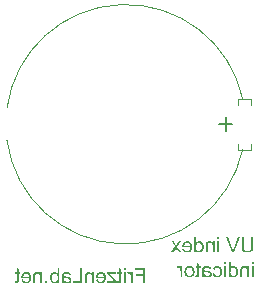
<source format=gbr>
%TF.GenerationSoftware,KiCad,Pcbnew,8.0.6*%
%TF.CreationDate,2024-10-19T09:18:50-03:00*%
%TF.ProjectId,keychain-uv-index,6b657963-6861-4696-9e2d-75762d696e64,rev?*%
%TF.SameCoordinates,Original*%
%TF.FileFunction,Legend,Bot*%
%TF.FilePolarity,Positive*%
%FSLAX46Y46*%
G04 Gerber Fmt 4.6, Leading zero omitted, Abs format (unit mm)*
G04 Created by KiCad (PCBNEW 8.0.6) date 2024-10-19 09:18:50*
%MOMM*%
%LPD*%
G01*
G04 APERTURE LIST*
%ADD10C,0.150000*%
%ADD11C,0.120000*%
G04 APERTURE END LIST*
D10*
G36*
X76455591Y-68237500D02*
G01*
X76455591Y-66967437D01*
X75606542Y-66967437D01*
X75606542Y-67113982D01*
X76289200Y-67113982D01*
X76289200Y-67514541D01*
X75698438Y-67514541D01*
X75698438Y-67661086D01*
X76289200Y-67661086D01*
X76289200Y-68237500D01*
X76455591Y-68237500D01*
G37*
G36*
X75417254Y-68237500D02*
G01*
X75417254Y-67319146D01*
X75278035Y-67319146D01*
X75278035Y-67459891D01*
X75245638Y-67405169D01*
X75205929Y-67353554D01*
X75180033Y-67330748D01*
X75123147Y-67304746D01*
X75080504Y-67299607D01*
X75016597Y-67307870D01*
X74956892Y-67330167D01*
X74921746Y-67349677D01*
X74974869Y-67494085D01*
X75031655Y-67469127D01*
X75088442Y-67460807D01*
X75150489Y-67474087D01*
X75179422Y-67491643D01*
X75220733Y-67539108D01*
X75236819Y-67576517D01*
X75252633Y-67640760D01*
X75260717Y-67703496D01*
X75262770Y-67757562D01*
X75262770Y-68237500D01*
X75417254Y-68237500D01*
G37*
G36*
X74831987Y-67143292D02*
G01*
X74831987Y-66967437D01*
X74677503Y-66967437D01*
X74677503Y-67143292D01*
X74831987Y-67143292D01*
G37*
G36*
X74831987Y-68237500D02*
G01*
X74831987Y-67319146D01*
X74677503Y-67319146D01*
X74677503Y-68237500D01*
X74831987Y-68237500D01*
G37*
G36*
X74107196Y-68095839D02*
G01*
X74084909Y-68237500D01*
X74146733Y-68252154D01*
X74201535Y-68257039D01*
X74263751Y-68252605D01*
X74323171Y-68234974D01*
X74332205Y-68230172D01*
X74379479Y-68189648D01*
X74397540Y-68159036D01*
X74410907Y-68096421D01*
X74415272Y-68030900D01*
X74416163Y-67973717D01*
X74416163Y-67441268D01*
X74529736Y-67441268D01*
X74529736Y-67319146D01*
X74416163Y-67319146D01*
X74416163Y-67097496D01*
X74262595Y-67006516D01*
X74262595Y-67319146D01*
X74107196Y-67319146D01*
X74107196Y-67441268D01*
X74262595Y-67441268D01*
X74262595Y-67986235D01*
X74259797Y-68049607D01*
X74254658Y-68073246D01*
X74228096Y-68104082D01*
X74174973Y-68115378D01*
X74114951Y-68099331D01*
X74107196Y-68095839D01*
G37*
G36*
X74040029Y-68237500D02*
G01*
X74040029Y-68113241D01*
X73459647Y-67440963D01*
X73524876Y-67443917D01*
X73589698Y-67445742D01*
X73633975Y-67446153D01*
X74005835Y-67446153D01*
X74005835Y-67319146D01*
X73260589Y-67319146D01*
X73260589Y-67421423D01*
X73754265Y-68006385D01*
X73849520Y-68113241D01*
X73785895Y-68109216D01*
X73724775Y-68106682D01*
X73660435Y-68105616D01*
X73654736Y-68105608D01*
X73233112Y-68105608D01*
X73233112Y-68237500D01*
X74040029Y-68237500D01*
G37*
G36*
X72733169Y-67300105D02*
G01*
X72799905Y-67307583D01*
X72861683Y-67324034D01*
X72918501Y-67349457D01*
X72970361Y-67383854D01*
X73017262Y-67427224D01*
X73051388Y-67469631D01*
X73084705Y-67527190D01*
X73109692Y-67592027D01*
X73124152Y-67651616D01*
X73132828Y-67716259D01*
X73135720Y-67785956D01*
X73134690Y-67826984D01*
X73128393Y-67891476D01*
X73113280Y-67962452D01*
X73089924Y-68026430D01*
X73058326Y-68083409D01*
X73018483Y-68133391D01*
X73003506Y-68148364D01*
X72954694Y-68187487D01*
X72900065Y-68217916D01*
X72839618Y-68239651D01*
X72773355Y-68252692D01*
X72701273Y-68257039D01*
X72681649Y-68256738D01*
X72616440Y-68250953D01*
X72556635Y-68237805D01*
X72494907Y-68213762D01*
X72440239Y-68180102D01*
X72433909Y-68175233D01*
X72387804Y-68131899D01*
X72349750Y-68080780D01*
X72319749Y-68021875D01*
X72300104Y-67963948D01*
X72460083Y-67944408D01*
X72476642Y-67984356D01*
X72510602Y-68041078D01*
X72555338Y-68085764D01*
X72574737Y-68098517D01*
X72635478Y-68122727D01*
X72700357Y-68130033D01*
X72714483Y-68129729D01*
X72780714Y-68119085D01*
X72839610Y-68093235D01*
X72891172Y-68052180D01*
X72925099Y-68008808D01*
X72953140Y-67949751D01*
X72969063Y-67888132D01*
X72976046Y-67827172D01*
X72295830Y-67827172D01*
X72295219Y-67785040D01*
X72297032Y-67728954D01*
X72300266Y-67700165D01*
X72458251Y-67700165D01*
X72967498Y-67700165D01*
X72965443Y-67677250D01*
X72952485Y-67613783D01*
X72926135Y-67552556D01*
X72887203Y-67501107D01*
X72882628Y-67496524D01*
X72833243Y-67458695D01*
X72771275Y-67433888D01*
X72707990Y-67426613D01*
X72679286Y-67428073D01*
X72619692Y-67442032D01*
X72561577Y-67474876D01*
X72516564Y-67520036D01*
X72485896Y-67573417D01*
X72467061Y-67637284D01*
X72458251Y-67700165D01*
X72300266Y-67700165D01*
X72304396Y-67663396D01*
X72317425Y-67602891D01*
X72340538Y-67536957D01*
X72371808Y-67478299D01*
X72411235Y-67426919D01*
X72456987Y-67383653D01*
X72516334Y-67344489D01*
X72582109Y-67317510D01*
X72643604Y-67304083D01*
X72709822Y-67299607D01*
X72733169Y-67300105D01*
G37*
G36*
X72110816Y-68237500D02*
G01*
X72110816Y-67319146D01*
X71971903Y-67319146D01*
X71971903Y-67447984D01*
X71931091Y-67397559D01*
X71883990Y-67357567D01*
X71821089Y-67324095D01*
X71760359Y-67306707D01*
X71693340Y-67299752D01*
X71681559Y-67299607D01*
X71616800Y-67304545D01*
X71556475Y-67319359D01*
X71530129Y-67329527D01*
X71476208Y-67359062D01*
X71431042Y-67401690D01*
X71426631Y-67407684D01*
X71395834Y-67464107D01*
X71378393Y-67522479D01*
X71371723Y-67586570D01*
X71369919Y-67653911D01*
X71369844Y-67673604D01*
X71369844Y-68237500D01*
X71524328Y-68237500D01*
X71524328Y-67677573D01*
X71526861Y-67612915D01*
X71537151Y-67551172D01*
X71542341Y-67535301D01*
X71575829Y-67483662D01*
X71606454Y-67459891D01*
X71663094Y-67436933D01*
X71714227Y-67431498D01*
X71778848Y-67438966D01*
X71837121Y-67461369D01*
X71884586Y-67494696D01*
X71922421Y-67545316D01*
X71944491Y-67609890D01*
X71953810Y-67672570D01*
X71956332Y-67734970D01*
X71956332Y-68237500D01*
X72110816Y-68237500D01*
G37*
G36*
X71124685Y-68237500D02*
G01*
X71124685Y-66967437D01*
X70957990Y-66967437D01*
X70957990Y-68090954D01*
X70338224Y-68090954D01*
X70338224Y-68237500D01*
X71124685Y-68237500D01*
G37*
G36*
X69793222Y-67299730D02*
G01*
X69856267Y-67303323D01*
X69921049Y-67313150D01*
X69985903Y-67331053D01*
X70022904Y-67345963D01*
X70077022Y-67377505D01*
X70122374Y-67420202D01*
X70146744Y-67455533D01*
X70172776Y-67511583D01*
X70190151Y-67571938D01*
X70039026Y-67592698D01*
X70032348Y-67570373D01*
X70004844Y-67509940D01*
X69962090Y-67463250D01*
X69924076Y-67443930D01*
X69863740Y-67430191D01*
X69801195Y-67426613D01*
X69739985Y-67430743D01*
X69677570Y-67447007D01*
X69625034Y-67478820D01*
X69612457Y-67492191D01*
X69587515Y-67548491D01*
X69581376Y-67611017D01*
X69581987Y-67651317D01*
X69593439Y-67655176D01*
X69654509Y-67671716D01*
X69721890Y-67685283D01*
X69790961Y-67696277D01*
X69857676Y-67705050D01*
X69868981Y-67706466D01*
X69933632Y-67715842D01*
X69995062Y-67728558D01*
X70050415Y-67748496D01*
X70106498Y-67779849D01*
X70150996Y-67819081D01*
X70186182Y-67869609D01*
X70188061Y-67873112D01*
X70210004Y-67932332D01*
X70216713Y-67993257D01*
X70216398Y-68007521D01*
X70205378Y-68074014D01*
X70178617Y-68132457D01*
X70136113Y-68182850D01*
X70091328Y-68215308D01*
X70030591Y-68240738D01*
X69967398Y-68253489D01*
X69904998Y-68257039D01*
X69860233Y-68255131D01*
X69795804Y-68245113D01*
X69734638Y-68226509D01*
X69724654Y-68222523D01*
X69668887Y-68194548D01*
X69616938Y-68160225D01*
X69569164Y-68122095D01*
X69559956Y-68176642D01*
X69538328Y-68237500D01*
X69376823Y-68237500D01*
X69400074Y-68186977D01*
X69416207Y-68127285D01*
X69418497Y-68110446D01*
X69422885Y-68046558D01*
X69424822Y-67983317D01*
X69425738Y-67916971D01*
X69425976Y-67853122D01*
X69425976Y-67830835D01*
X69581987Y-67830835D01*
X69582598Y-67861941D01*
X69589052Y-67926498D01*
X69607021Y-67987151D01*
X69618132Y-68007909D01*
X69658838Y-68058499D01*
X69709298Y-68095533D01*
X69740583Y-68110879D01*
X69803799Y-68129379D01*
X69868056Y-68134918D01*
X69889900Y-68134264D01*
X69951600Y-68123113D01*
X70005137Y-68093091D01*
X70038666Y-68049250D01*
X70051849Y-67988372D01*
X70051097Y-67973184D01*
X70030478Y-67913572D01*
X70020147Y-67899654D01*
X69969417Y-67862587D01*
X69958626Y-67858289D01*
X69898100Y-67842146D01*
X69834473Y-67831140D01*
X69764893Y-67820240D01*
X69703348Y-67808375D01*
X69642851Y-67793635D01*
X69581987Y-67773438D01*
X69581987Y-67830835D01*
X69425976Y-67830835D01*
X69425976Y-67645821D01*
X69426006Y-67633133D01*
X69427437Y-67567474D01*
X69433609Y-67502634D01*
X69449604Y-67450800D01*
X69481847Y-67396693D01*
X69484022Y-67394093D01*
X69532583Y-67354179D01*
X69589009Y-67327390D01*
X69593612Y-67325680D01*
X69655500Y-67309401D01*
X69716453Y-67301805D01*
X69778602Y-67299607D01*
X69793222Y-67299730D01*
G37*
G36*
X69191809Y-68237500D02*
G01*
X69048316Y-68237500D01*
X69048316Y-68122400D01*
X69024259Y-68153956D01*
X68976948Y-68199055D01*
X68923004Y-68231268D01*
X68862428Y-68250596D01*
X68795219Y-68257039D01*
X68745603Y-68253901D01*
X68679972Y-68238964D01*
X68618811Y-68211726D01*
X68562121Y-68172187D01*
X68517088Y-68128506D01*
X68483665Y-68085731D01*
X68451036Y-68027513D01*
X68426564Y-67961782D01*
X68412402Y-67901267D01*
X68403905Y-67835535D01*
X68401584Y-67777407D01*
X68558914Y-67777407D01*
X68558987Y-67788294D01*
X68563532Y-67859744D01*
X68575149Y-67922866D01*
X68597083Y-67984809D01*
X68632798Y-68041495D01*
X68642141Y-68052216D01*
X68692074Y-68095447D01*
X68747375Y-68121386D01*
X68808042Y-68130033D01*
X68852940Y-68125814D01*
X68913484Y-68103669D01*
X68965865Y-68062541D01*
X69005573Y-68010048D01*
X69025075Y-67967535D01*
X69040354Y-67906022D01*
X69048015Y-67839180D01*
X69050148Y-67771301D01*
X69050076Y-67760902D01*
X69045530Y-67692437D01*
X69033914Y-67631540D01*
X69011979Y-67571209D01*
X68976264Y-67515151D01*
X68966922Y-67504430D01*
X68916988Y-67461198D01*
X68861687Y-67435260D01*
X68801020Y-67426613D01*
X68735464Y-67436715D01*
X68676906Y-67467018D01*
X68629745Y-67512098D01*
X68621168Y-67523152D01*
X68589418Y-67582017D01*
X68570604Y-67646870D01*
X68561404Y-67713290D01*
X68558914Y-67777407D01*
X68401584Y-67777407D01*
X68401072Y-67764584D01*
X68403756Y-67703762D01*
X68412906Y-67639613D01*
X68428550Y-67578349D01*
X68441579Y-67541375D01*
X68468606Y-67483701D01*
X68504570Y-67429361D01*
X68523708Y-67407211D01*
X68571579Y-67365921D01*
X68628218Y-67333801D01*
X68661500Y-67320477D01*
X68725558Y-67304415D01*
X68787281Y-67299607D01*
X68815314Y-67300686D01*
X68877030Y-67311593D01*
X68941230Y-67338440D01*
X68991863Y-67374517D01*
X69037325Y-67422339D01*
X69037325Y-66967437D01*
X69191809Y-66967437D01*
X69191809Y-68237500D01*
G37*
G36*
X68173927Y-68237500D02*
G01*
X68173927Y-68061645D01*
X67997766Y-68061645D01*
X67997766Y-68237500D01*
X68173927Y-68237500D01*
G37*
G36*
X67731542Y-68237500D02*
G01*
X67731542Y-67319146D01*
X67592629Y-67319146D01*
X67592629Y-67447984D01*
X67551817Y-67397559D01*
X67504715Y-67357567D01*
X67441814Y-67324095D01*
X67381085Y-67306707D01*
X67314066Y-67299752D01*
X67302285Y-67299607D01*
X67237526Y-67304545D01*
X67177201Y-67319359D01*
X67150854Y-67329527D01*
X67096934Y-67359062D01*
X67051768Y-67401690D01*
X67047356Y-67407684D01*
X67016560Y-67464107D01*
X66999118Y-67522479D01*
X66992448Y-67586570D01*
X66990645Y-67653911D01*
X66990570Y-67673604D01*
X66990570Y-68237500D01*
X67145054Y-68237500D01*
X67145054Y-67677573D01*
X67147587Y-67612915D01*
X67157877Y-67551172D01*
X67163066Y-67535301D01*
X67196554Y-67483662D01*
X67227180Y-67459891D01*
X67283820Y-67436933D01*
X67334952Y-67431498D01*
X67399574Y-67438966D01*
X67457847Y-67461369D01*
X67505312Y-67494696D01*
X67543147Y-67545316D01*
X67565217Y-67609890D01*
X67574536Y-67672570D01*
X67577058Y-67734970D01*
X67577058Y-68237500D01*
X67731542Y-68237500D01*
G37*
G36*
X66407279Y-67300105D02*
G01*
X66474015Y-67307583D01*
X66535793Y-67324034D01*
X66592612Y-67349457D01*
X66644471Y-67383854D01*
X66691372Y-67427224D01*
X66725499Y-67469631D01*
X66758815Y-67527190D01*
X66783802Y-67592027D01*
X66798262Y-67651616D01*
X66806938Y-67716259D01*
X66809830Y-67785956D01*
X66808800Y-67826984D01*
X66802503Y-67891476D01*
X66787390Y-67962452D01*
X66764035Y-68026430D01*
X66732436Y-68083409D01*
X66692594Y-68133391D01*
X66677616Y-68148364D01*
X66628804Y-68187487D01*
X66574175Y-68217916D01*
X66513729Y-68239651D01*
X66447465Y-68252692D01*
X66375383Y-68257039D01*
X66355759Y-68256738D01*
X66290550Y-68250953D01*
X66230746Y-68237805D01*
X66169017Y-68213762D01*
X66114349Y-68180102D01*
X66108019Y-68175233D01*
X66061914Y-68131899D01*
X66023861Y-68080780D01*
X65993860Y-68021875D01*
X65974214Y-67963948D01*
X66134193Y-67944408D01*
X66150752Y-67984356D01*
X66184712Y-68041078D01*
X66229448Y-68085764D01*
X66248847Y-68098517D01*
X66309588Y-68122727D01*
X66374467Y-68130033D01*
X66388594Y-68129729D01*
X66454824Y-68119085D01*
X66513720Y-68093235D01*
X66565282Y-68052180D01*
X66599209Y-68008808D01*
X66627250Y-67949751D01*
X66643173Y-67888132D01*
X66650157Y-67827172D01*
X65969940Y-67827172D01*
X65969330Y-67785040D01*
X65971142Y-67728954D01*
X65974376Y-67700165D01*
X66132362Y-67700165D01*
X66641608Y-67700165D01*
X66639553Y-67677250D01*
X66626596Y-67613783D01*
X66600245Y-67552556D01*
X66561313Y-67501107D01*
X66556739Y-67496524D01*
X66507353Y-67458695D01*
X66445385Y-67433888D01*
X66382100Y-67426613D01*
X66353397Y-67428073D01*
X66293803Y-67442032D01*
X66235688Y-67474876D01*
X66190675Y-67520036D01*
X66160006Y-67573417D01*
X66141171Y-67637284D01*
X66132362Y-67700165D01*
X65974376Y-67700165D01*
X65978507Y-67663396D01*
X65991536Y-67602891D01*
X66014648Y-67536957D01*
X66045918Y-67478299D01*
X66085345Y-67426919D01*
X66131098Y-67383653D01*
X66190444Y-67344489D01*
X66256220Y-67317510D01*
X66317714Y-67304083D01*
X66383932Y-67299607D01*
X66407279Y-67300105D01*
G37*
G36*
X65447566Y-68095839D02*
G01*
X65425279Y-68237500D01*
X65487103Y-68252154D01*
X65541905Y-68257039D01*
X65604121Y-68252605D01*
X65663541Y-68234974D01*
X65672575Y-68230172D01*
X65719849Y-68189648D01*
X65737909Y-68159036D01*
X65751277Y-68096421D01*
X65755642Y-68030900D01*
X65756533Y-67973717D01*
X65756533Y-67441268D01*
X65870106Y-67441268D01*
X65870106Y-67319146D01*
X65756533Y-67319146D01*
X65756533Y-67097496D01*
X65602965Y-67006516D01*
X65602965Y-67319146D01*
X65447566Y-67319146D01*
X65447566Y-67441268D01*
X65602965Y-67441268D01*
X65602965Y-67986235D01*
X65600167Y-68049607D01*
X65595027Y-68073246D01*
X65568466Y-68104082D01*
X65515343Y-68115378D01*
X65455321Y-68099331D01*
X65447566Y-68095839D01*
G37*
G36*
X84788293Y-64367437D02*
G01*
X84621598Y-64367437D01*
X84621598Y-65100165D01*
X84623111Y-65169066D01*
X84627651Y-65232428D01*
X84636774Y-65299351D01*
X84652244Y-65366604D01*
X84664645Y-65403637D01*
X84694318Y-65463526D01*
X84734906Y-65516798D01*
X84780148Y-65558596D01*
X84819740Y-65586514D01*
X84880132Y-65617369D01*
X84940145Y-65637135D01*
X85006849Y-65650152D01*
X85069349Y-65655937D01*
X85113747Y-65657039D01*
X85177782Y-65654882D01*
X85246792Y-65646911D01*
X85309666Y-65633068D01*
X85374009Y-65610056D01*
X85403175Y-65595673D01*
X85455343Y-65561555D01*
X85504454Y-65514962D01*
X85543421Y-65459674D01*
X85563764Y-65417986D01*
X85584735Y-65354502D01*
X85598169Y-65290219D01*
X85606033Y-65228632D01*
X85610527Y-65161055D01*
X85611697Y-65100165D01*
X85611697Y-64367437D01*
X85445307Y-64367437D01*
X85445307Y-65102302D01*
X85443846Y-65170667D01*
X85438598Y-65238602D01*
X85428133Y-65302028D01*
X85414776Y-65346851D01*
X85385739Y-65400675D01*
X85340426Y-65447647D01*
X85310057Y-65468056D01*
X85249593Y-65493916D01*
X85186096Y-65507136D01*
X85128401Y-65510493D01*
X85063193Y-65507531D01*
X84996504Y-65496586D01*
X84932667Y-65474204D01*
X84876633Y-65436433D01*
X84866451Y-65426229D01*
X84832257Y-65374385D01*
X84810351Y-65313087D01*
X84797529Y-65248708D01*
X84791041Y-65186713D01*
X84788370Y-65117130D01*
X84788293Y-65102302D01*
X84788293Y-64367437D01*
G37*
G36*
X83991756Y-65637500D02*
G01*
X84479631Y-64367437D01*
X84299197Y-64367437D01*
X83971912Y-65290980D01*
X83950772Y-65352380D01*
X83931662Y-65411558D01*
X83912807Y-65474706D01*
X83905966Y-65499197D01*
X83886753Y-65434129D01*
X83867932Y-65375568D01*
X83847663Y-65317007D01*
X83838189Y-65290980D01*
X83498080Y-64367437D01*
X83328026Y-64367437D01*
X83820786Y-65637500D01*
X83991756Y-65637500D01*
G37*
G36*
X82718030Y-64543292D02*
G01*
X82718030Y-64367437D01*
X82563546Y-64367437D01*
X82563546Y-64543292D01*
X82718030Y-64543292D01*
G37*
G36*
X82718030Y-65637500D02*
G01*
X82718030Y-64719146D01*
X82563546Y-64719146D01*
X82563546Y-65637500D01*
X82718030Y-65637500D01*
G37*
G36*
X82330600Y-65637500D02*
G01*
X82330600Y-64719146D01*
X82191687Y-64719146D01*
X82191687Y-64847984D01*
X82150875Y-64797559D01*
X82103773Y-64757567D01*
X82040872Y-64724095D01*
X81980143Y-64706707D01*
X81913124Y-64699752D01*
X81901343Y-64699607D01*
X81836584Y-64704545D01*
X81776259Y-64719359D01*
X81749912Y-64729527D01*
X81695992Y-64759062D01*
X81650826Y-64801690D01*
X81646414Y-64807684D01*
X81615618Y-64864107D01*
X81598176Y-64922479D01*
X81591506Y-64986570D01*
X81589703Y-65053911D01*
X81589628Y-65073604D01*
X81589628Y-65637500D01*
X81744112Y-65637500D01*
X81744112Y-65077573D01*
X81746645Y-65012915D01*
X81756935Y-64951172D01*
X81762124Y-64935301D01*
X81795612Y-64883662D01*
X81826238Y-64859891D01*
X81882878Y-64836933D01*
X81934010Y-64831498D01*
X81998632Y-64838966D01*
X82056905Y-64861369D01*
X82104370Y-64894696D01*
X82142205Y-64945316D01*
X82164275Y-65009890D01*
X82173594Y-65072570D01*
X82176116Y-65134970D01*
X82176116Y-65637500D01*
X82330600Y-65637500D01*
G37*
G36*
X80775994Y-64830277D02*
G01*
X80786446Y-64816047D01*
X80828963Y-64771727D01*
X80880713Y-64735938D01*
X80901284Y-64725472D01*
X80963561Y-64705603D01*
X81027564Y-64699607D01*
X81041562Y-64699840D01*
X81109009Y-64707979D01*
X81172222Y-64727746D01*
X81231202Y-64759141D01*
X81253236Y-64774840D01*
X81302102Y-64821226D01*
X81338486Y-64871692D01*
X81367672Y-64930416D01*
X81387574Y-64987871D01*
X81401790Y-65048493D01*
X81410319Y-65112282D01*
X81413162Y-65179239D01*
X81410767Y-65239147D01*
X81402161Y-65303857D01*
X81387296Y-65364560D01*
X81363093Y-65428061D01*
X81346352Y-65460673D01*
X81311184Y-65513513D01*
X81269544Y-65558818D01*
X81221432Y-65596589D01*
X81209915Y-65603909D01*
X81150291Y-65633426D01*
X81087269Y-65651136D01*
X81020847Y-65657039D01*
X80980061Y-65654935D01*
X80914791Y-65641129D01*
X80857293Y-65614438D01*
X80807567Y-65574862D01*
X80765614Y-65522400D01*
X80765614Y-65637500D01*
X80622426Y-65637500D01*
X80622426Y-65191756D01*
X80763171Y-65191756D01*
X80763240Y-65202375D01*
X80767598Y-65271918D01*
X80778734Y-65333074D01*
X80799762Y-65392699D01*
X80834002Y-65446685D01*
X80881252Y-65490638D01*
X80940115Y-65520184D01*
X81006193Y-65530033D01*
X81012445Y-65529947D01*
X81077791Y-65517754D01*
X81131750Y-65488762D01*
X81180521Y-65442716D01*
X81189468Y-65431452D01*
X81222586Y-65372115D01*
X81242211Y-65307491D01*
X81251807Y-65241772D01*
X81254405Y-65178628D01*
X81254135Y-65156190D01*
X81250092Y-65093468D01*
X81239244Y-65029001D01*
X81218760Y-64966810D01*
X81185406Y-64911488D01*
X81181041Y-64906266D01*
X81133755Y-64863166D01*
X81074095Y-64834902D01*
X81012909Y-64826613D01*
X80999873Y-64826958D01*
X80938592Y-64839021D01*
X80883810Y-64868317D01*
X80835528Y-64914846D01*
X80818569Y-64938474D01*
X80791436Y-64995146D01*
X80775113Y-65055033D01*
X80765715Y-65124533D01*
X80763171Y-65191756D01*
X80622426Y-65191756D01*
X80622426Y-64367437D01*
X80775994Y-64367437D01*
X80775994Y-64830277D01*
G37*
G36*
X80033029Y-64700105D02*
G01*
X80099766Y-64707583D01*
X80161543Y-64724034D01*
X80218362Y-64749457D01*
X80270222Y-64783854D01*
X80317123Y-64827224D01*
X80351249Y-64869631D01*
X80384565Y-64927190D01*
X80409552Y-64992027D01*
X80424012Y-65051616D01*
X80432688Y-65116259D01*
X80435580Y-65185956D01*
X80434550Y-65226984D01*
X80428253Y-65291476D01*
X80413141Y-65362452D01*
X80389785Y-65426430D01*
X80358186Y-65483409D01*
X80318344Y-65533391D01*
X80303366Y-65548364D01*
X80254555Y-65587487D01*
X80199925Y-65617916D01*
X80139479Y-65639651D01*
X80073215Y-65652692D01*
X80001133Y-65657039D01*
X79981509Y-65656738D01*
X79916300Y-65650953D01*
X79856496Y-65637805D01*
X79794767Y-65613762D01*
X79740099Y-65580102D01*
X79733770Y-65575233D01*
X79687664Y-65531899D01*
X79649611Y-65480780D01*
X79619610Y-65421875D01*
X79599965Y-65363948D01*
X79759944Y-65344408D01*
X79776502Y-65384356D01*
X79810462Y-65441078D01*
X79855198Y-65485764D01*
X79874597Y-65498517D01*
X79935338Y-65522727D01*
X80000218Y-65530033D01*
X80014344Y-65529729D01*
X80080574Y-65519085D01*
X80139471Y-65493235D01*
X80191032Y-65452180D01*
X80224959Y-65408808D01*
X80253000Y-65349751D01*
X80268923Y-65288132D01*
X80275907Y-65227172D01*
X79595690Y-65227172D01*
X79595080Y-65185040D01*
X79596892Y-65128954D01*
X79600126Y-65100165D01*
X79758112Y-65100165D01*
X80267358Y-65100165D01*
X80265304Y-65077250D01*
X80252346Y-65013783D01*
X80225996Y-64952556D01*
X80187063Y-64901107D01*
X80182489Y-64896524D01*
X80133104Y-64858695D01*
X80071135Y-64833888D01*
X80007850Y-64826613D01*
X79979147Y-64828073D01*
X79919553Y-64842032D01*
X79861438Y-64874876D01*
X79816425Y-64920036D01*
X79785756Y-64973417D01*
X79766921Y-65037284D01*
X79758112Y-65100165D01*
X79600126Y-65100165D01*
X79604257Y-65063396D01*
X79617286Y-65002891D01*
X79640398Y-64936957D01*
X79671668Y-64878299D01*
X79711095Y-64826919D01*
X79756848Y-64783653D01*
X79816195Y-64744489D01*
X79881970Y-64717510D01*
X79943465Y-64704083D01*
X80009682Y-64699607D01*
X80033029Y-64700105D01*
G37*
G36*
X79513869Y-65637500D02*
G01*
X79180783Y-65160310D01*
X79488834Y-64719146D01*
X79295577Y-64719146D01*
X79155748Y-64934385D01*
X79122179Y-64987556D01*
X79092245Y-65037273D01*
X79058095Y-64986634D01*
X79022636Y-64936217D01*
X78869068Y-64719146D01*
X78684359Y-64719146D01*
X78999433Y-65151456D01*
X78660240Y-65637500D01*
X78850139Y-65637500D01*
X79037290Y-65352041D01*
X79087055Y-65275104D01*
X79326718Y-65637500D01*
X79513869Y-65637500D01*
G37*
G36*
X85633068Y-66643292D02*
G01*
X85633068Y-66467437D01*
X85478585Y-66467437D01*
X85478585Y-66643292D01*
X85633068Y-66643292D01*
G37*
G36*
X85633068Y-67737500D02*
G01*
X85633068Y-66819146D01*
X85478585Y-66819146D01*
X85478585Y-67737500D01*
X85633068Y-67737500D01*
G37*
G36*
X85245638Y-67737500D02*
G01*
X85245638Y-66819146D01*
X85106725Y-66819146D01*
X85106725Y-66947984D01*
X85065913Y-66897559D01*
X85018812Y-66857567D01*
X84955911Y-66824095D01*
X84895181Y-66806707D01*
X84828163Y-66799752D01*
X84816381Y-66799607D01*
X84751622Y-66804545D01*
X84691297Y-66819359D01*
X84664951Y-66829527D01*
X84611030Y-66859062D01*
X84565864Y-66901690D01*
X84561453Y-66907684D01*
X84530656Y-66964107D01*
X84513215Y-67022479D01*
X84506545Y-67086570D01*
X84504741Y-67153911D01*
X84504666Y-67173604D01*
X84504666Y-67737500D01*
X84659150Y-67737500D01*
X84659150Y-67177573D01*
X84661683Y-67112915D01*
X84671974Y-67051172D01*
X84677163Y-67035301D01*
X84710651Y-66983662D01*
X84741277Y-66959891D01*
X84797916Y-66936933D01*
X84849049Y-66931498D01*
X84913670Y-66938966D01*
X84971943Y-66961369D01*
X85019408Y-66994696D01*
X85057243Y-67045316D01*
X85079313Y-67109890D01*
X85088632Y-67172570D01*
X85091154Y-67234970D01*
X85091154Y-67737500D01*
X85245638Y-67737500D01*
G37*
G36*
X83691032Y-66930277D02*
G01*
X83701484Y-66916047D01*
X83744001Y-66871727D01*
X83795751Y-66835938D01*
X83816322Y-66825472D01*
X83878599Y-66805603D01*
X83942602Y-66799607D01*
X83956600Y-66799840D01*
X84024047Y-66807979D01*
X84087260Y-66827746D01*
X84146240Y-66859141D01*
X84168274Y-66874840D01*
X84217141Y-66921226D01*
X84253524Y-66971692D01*
X84282711Y-67030416D01*
X84302613Y-67087871D01*
X84316828Y-67148493D01*
X84325358Y-67212282D01*
X84328201Y-67279239D01*
X84325805Y-67339147D01*
X84317199Y-67403857D01*
X84302335Y-67464560D01*
X84278131Y-67528061D01*
X84261390Y-67560673D01*
X84226222Y-67613513D01*
X84184582Y-67658818D01*
X84136470Y-67696589D01*
X84124953Y-67703909D01*
X84065330Y-67733426D01*
X84002307Y-67751136D01*
X83935886Y-67757039D01*
X83895099Y-67754935D01*
X83829829Y-67741129D01*
X83772331Y-67714438D01*
X83722606Y-67674862D01*
X83680652Y-67622400D01*
X83680652Y-67737500D01*
X83537465Y-67737500D01*
X83537465Y-67291756D01*
X83678210Y-67291756D01*
X83678279Y-67302375D01*
X83682636Y-67371918D01*
X83693773Y-67433074D01*
X83714801Y-67492699D01*
X83749040Y-67546685D01*
X83796290Y-67590638D01*
X83855153Y-67620184D01*
X83921231Y-67630033D01*
X83927483Y-67629947D01*
X83992830Y-67617754D01*
X84046788Y-67588762D01*
X84095560Y-67542716D01*
X84104506Y-67531452D01*
X84137624Y-67472115D01*
X84157249Y-67407491D01*
X84166846Y-67341772D01*
X84169443Y-67278628D01*
X84169173Y-67256190D01*
X84165131Y-67193468D01*
X84154282Y-67129001D01*
X84133798Y-67066810D01*
X84100444Y-67011488D01*
X84096080Y-67006266D01*
X84048794Y-66963166D01*
X83989134Y-66934902D01*
X83927948Y-66926613D01*
X83914912Y-66926958D01*
X83853630Y-66939021D01*
X83798849Y-66968317D01*
X83750566Y-67014846D01*
X83733608Y-67038474D01*
X83706474Y-67095146D01*
X83690151Y-67155033D01*
X83680753Y-67224533D01*
X83678210Y-67291756D01*
X83537465Y-67291756D01*
X83537465Y-66467437D01*
X83691032Y-66467437D01*
X83691032Y-66930277D01*
G37*
G36*
X83298107Y-66643292D02*
G01*
X83298107Y-66467437D01*
X83143623Y-66467437D01*
X83143623Y-66643292D01*
X83298107Y-66643292D01*
G37*
G36*
X83298107Y-67737500D02*
G01*
X83298107Y-66819146D01*
X83143623Y-66819146D01*
X83143623Y-67737500D01*
X83298107Y-67737500D01*
G37*
G36*
X82315640Y-67405329D02*
G01*
X82163599Y-67425174D01*
X82178262Y-67490066D01*
X82200347Y-67548501D01*
X82234675Y-67607377D01*
X82278696Y-67657819D01*
X82291215Y-67669112D01*
X82345445Y-67707580D01*
X82405552Y-67735057D01*
X82471535Y-67751543D01*
X82534092Y-67756953D01*
X82543396Y-67757039D01*
X82611002Y-67752724D01*
X82673456Y-67739780D01*
X82730757Y-67718206D01*
X82791098Y-67682129D01*
X82837237Y-67641858D01*
X82844426Y-67634307D01*
X82883023Y-67584422D01*
X82913634Y-67527045D01*
X82936260Y-67462177D01*
X82949015Y-67402396D01*
X82956224Y-67337413D01*
X82957998Y-67281681D01*
X82955661Y-67218548D01*
X82947265Y-67150762D01*
X82932763Y-67087630D01*
X82912155Y-67029155D01*
X82909150Y-67022173D01*
X82877492Y-66963910D01*
X82837816Y-66914486D01*
X82790123Y-66873900D01*
X82760162Y-66855172D01*
X82702457Y-66828312D01*
X82641999Y-66810243D01*
X82578787Y-66800964D01*
X82542480Y-66799607D01*
X82480032Y-66803215D01*
X82415031Y-66816177D01*
X82356823Y-66838564D01*
X82299459Y-66875017D01*
X82251607Y-66922434D01*
X82214526Y-66979849D01*
X82190607Y-67039279D01*
X82178253Y-67089035D01*
X82328463Y-67112238D01*
X82347261Y-67054087D01*
X82379525Y-66999409D01*
X82404788Y-66973325D01*
X82460767Y-66939796D01*
X82522093Y-66927024D01*
X82536374Y-66926613D01*
X82598670Y-66933279D01*
X82659731Y-66956320D01*
X82712205Y-66995818D01*
X82726273Y-67010877D01*
X82761545Y-67066028D01*
X82783208Y-67128066D01*
X82794680Y-67192399D01*
X82798956Y-67255007D01*
X82799241Y-67277407D01*
X82796761Y-67343235D01*
X82787601Y-67411053D01*
X82768868Y-67476717D01*
X82737256Y-67535490D01*
X82728715Y-67546379D01*
X82680463Y-67590493D01*
X82623863Y-67618269D01*
X82558914Y-67629706D01*
X82544923Y-67630033D01*
X82480938Y-67622305D01*
X82421214Y-67596491D01*
X82393187Y-67575078D01*
X82353660Y-67525304D01*
X82328439Y-67465044D01*
X82315640Y-67405329D01*
G37*
G36*
X81665309Y-66799730D02*
G01*
X81728353Y-66803323D01*
X81793135Y-66813150D01*
X81857990Y-66831053D01*
X81894991Y-66845963D01*
X81949108Y-66877505D01*
X81994460Y-66920202D01*
X82018830Y-66955533D01*
X82044862Y-67011583D01*
X82062238Y-67071938D01*
X81911113Y-67092698D01*
X81904434Y-67070373D01*
X81876930Y-67009940D01*
X81834176Y-66963250D01*
X81796162Y-66943930D01*
X81735827Y-66930191D01*
X81673281Y-66926613D01*
X81612072Y-66930743D01*
X81549657Y-66947007D01*
X81497121Y-66978820D01*
X81484544Y-66992191D01*
X81459602Y-67048491D01*
X81453463Y-67111017D01*
X81454073Y-67151317D01*
X81465526Y-67155176D01*
X81526596Y-67171716D01*
X81593977Y-67185283D01*
X81663047Y-67196277D01*
X81729762Y-67205050D01*
X81741068Y-67206466D01*
X81805718Y-67215842D01*
X81867149Y-67228558D01*
X81922502Y-67248496D01*
X81978585Y-67279849D01*
X82023083Y-67319081D01*
X82058269Y-67369609D01*
X82060147Y-67373112D01*
X82082091Y-67432332D01*
X82088799Y-67493257D01*
X82088484Y-67507521D01*
X82077465Y-67574014D01*
X82050703Y-67632457D01*
X82008199Y-67682850D01*
X81963415Y-67715308D01*
X81902678Y-67740738D01*
X81839485Y-67753489D01*
X81777084Y-67757039D01*
X81732319Y-67755131D01*
X81667891Y-67745113D01*
X81606725Y-67726509D01*
X81596741Y-67722523D01*
X81540974Y-67694548D01*
X81489024Y-67660225D01*
X81441250Y-67622095D01*
X81432042Y-67676642D01*
X81410415Y-67737500D01*
X81248909Y-67737500D01*
X81272160Y-67686977D01*
X81288293Y-67627285D01*
X81290583Y-67610446D01*
X81294972Y-67546558D01*
X81296909Y-67483317D01*
X81297824Y-67416971D01*
X81298063Y-67353122D01*
X81298063Y-67330835D01*
X81454073Y-67330835D01*
X81454684Y-67361941D01*
X81461139Y-67426498D01*
X81479108Y-67487151D01*
X81490218Y-67507909D01*
X81530924Y-67558499D01*
X81581385Y-67595533D01*
X81612669Y-67610879D01*
X81675886Y-67629379D01*
X81740143Y-67634918D01*
X81761986Y-67634264D01*
X81823687Y-67623113D01*
X81877224Y-67593091D01*
X81910752Y-67549250D01*
X81923935Y-67488372D01*
X81923184Y-67473184D01*
X81902564Y-67413572D01*
X81892233Y-67399654D01*
X81841503Y-67362587D01*
X81830713Y-67358289D01*
X81770186Y-67342146D01*
X81706559Y-67331140D01*
X81636979Y-67320240D01*
X81575435Y-67308375D01*
X81514937Y-67293635D01*
X81454073Y-67273438D01*
X81454073Y-67330835D01*
X81298063Y-67330835D01*
X81298063Y-67145821D01*
X81298093Y-67133133D01*
X81299524Y-67067474D01*
X81305696Y-67002634D01*
X81321691Y-66950800D01*
X81353934Y-66896693D01*
X81356109Y-66894093D01*
X81404670Y-66854179D01*
X81461095Y-66827390D01*
X81465698Y-66825680D01*
X81527587Y-66809401D01*
X81588540Y-66801805D01*
X81650689Y-66799607D01*
X81665309Y-66799730D01*
G37*
G36*
X80725619Y-67595839D02*
G01*
X80703332Y-67737500D01*
X80765156Y-67752154D01*
X80819958Y-67757039D01*
X80882174Y-67752605D01*
X80941594Y-67734974D01*
X80950628Y-67730172D01*
X80997902Y-67689648D01*
X81015963Y-67659036D01*
X81029330Y-67596421D01*
X81033695Y-67530900D01*
X81034586Y-67473717D01*
X81034586Y-66941268D01*
X81148159Y-66941268D01*
X81148159Y-66819146D01*
X81034586Y-66819146D01*
X81034586Y-66597496D01*
X80881018Y-66506516D01*
X80881018Y-66819146D01*
X80725619Y-66819146D01*
X80725619Y-66941268D01*
X80881018Y-66941268D01*
X80881018Y-67486235D01*
X80878220Y-67549607D01*
X80873080Y-67573246D01*
X80846519Y-67604082D01*
X80793396Y-67615378D01*
X80733374Y-67599331D01*
X80725619Y-67595839D01*
G37*
G36*
X80248386Y-66801195D02*
G01*
X80317094Y-66811620D01*
X80380863Y-66831775D01*
X80439695Y-66861659D01*
X80493588Y-66901273D01*
X80502266Y-66909072D01*
X80548548Y-66961265D01*
X80584913Y-67022710D01*
X80607640Y-67080981D01*
X80623481Y-67145678D01*
X80632434Y-67216800D01*
X80634638Y-67278323D01*
X80632792Y-67334632D01*
X80625292Y-67400243D01*
X80612023Y-67460546D01*
X80588485Y-67525905D01*
X80556639Y-67583622D01*
X80516486Y-67633696D01*
X80501431Y-67648632D01*
X80452830Y-67687659D01*
X80399078Y-67718013D01*
X80340173Y-67739694D01*
X80276117Y-67752703D01*
X80206908Y-67757039D01*
X80170058Y-67755675D01*
X80106021Y-67746345D01*
X80044929Y-67728176D01*
X79986784Y-67701168D01*
X79956382Y-67682510D01*
X79907594Y-67643366D01*
X79866437Y-67597073D01*
X79832911Y-67543632D01*
X79820532Y-67517113D01*
X79800726Y-67457007D01*
X79788811Y-67396681D01*
X79781951Y-67329138D01*
X79780308Y-67272827D01*
X79939157Y-67272827D01*
X79939455Y-67295059D01*
X79943927Y-67357416D01*
X79955928Y-67421945D01*
X79978587Y-67484852D01*
X80015483Y-67541800D01*
X80030135Y-67557568D01*
X80083897Y-67598927D01*
X80145232Y-67623053D01*
X80206908Y-67630033D01*
X80228312Y-67629263D01*
X80294620Y-67615572D01*
X80353177Y-67584767D01*
X80399249Y-67542411D01*
X80412890Y-67525146D01*
X80442704Y-67471498D01*
X80462978Y-67406784D01*
X80472892Y-67341080D01*
X80475575Y-67278018D01*
X80475277Y-67256271D01*
X80470805Y-67195223D01*
X80458804Y-67131950D01*
X80436145Y-67070122D01*
X80399249Y-67013930D01*
X80384589Y-66998326D01*
X80330684Y-66957396D01*
X80269027Y-66933520D01*
X80206908Y-66926613D01*
X80185829Y-66927386D01*
X80120332Y-66941125D01*
X80062169Y-66972037D01*
X80016093Y-67014541D01*
X80006777Y-67025818D01*
X79972291Y-67084594D01*
X79951854Y-67147868D01*
X79941862Y-67211748D01*
X79939157Y-67272827D01*
X79780308Y-67272827D01*
X79780094Y-67265500D01*
X79781143Y-67225402D01*
X79787555Y-67162269D01*
X79802943Y-67092610D01*
X79826724Y-67029605D01*
X79858899Y-66973256D01*
X79899467Y-66923560D01*
X79914657Y-66908550D01*
X79963448Y-66869331D01*
X80017068Y-66838827D01*
X80075518Y-66817038D01*
X80138798Y-66803965D01*
X80206908Y-66799607D01*
X80248386Y-66801195D01*
G37*
G36*
X79605460Y-67737500D02*
G01*
X79605460Y-66819146D01*
X79466242Y-66819146D01*
X79466242Y-66959891D01*
X79433845Y-66905169D01*
X79394136Y-66853554D01*
X79368239Y-66830748D01*
X79311353Y-66804746D01*
X79268710Y-66799607D01*
X79204804Y-66807870D01*
X79145098Y-66830167D01*
X79109952Y-66849677D01*
X79163075Y-66994085D01*
X79219862Y-66969127D01*
X79276648Y-66960807D01*
X79338696Y-66974087D01*
X79367629Y-66991643D01*
X79408940Y-67039108D01*
X79425026Y-67076517D01*
X79440839Y-67140760D01*
X79448924Y-67203496D01*
X79450976Y-67257562D01*
X79450976Y-67737500D01*
X79605460Y-67737500D01*
G37*
X83839428Y-54787700D02*
X82696571Y-54787700D01*
X83267999Y-55359128D02*
X83267999Y-54216271D01*
D11*
%TO.C,BT1*%
X84300000Y-52650000D02*
X85450000Y-52650000D01*
X84300000Y-53150000D02*
X84300000Y-52650000D01*
X84300000Y-56450000D02*
X84300000Y-56950000D01*
X84300000Y-56950000D02*
X85450000Y-56950000D01*
X85450000Y-53150000D02*
X85450000Y-52650000D01*
X85450000Y-56450000D02*
X85450000Y-56950000D01*
X64750000Y-53450000D02*
G75*
G02*
X84710000Y-52650000I10050242J-1352544D01*
G01*
X84710000Y-56950000D02*
G75*
G02*
X64750000Y-56150000I-9909758J2152544D01*
G01*
%TD*%
M02*

</source>
